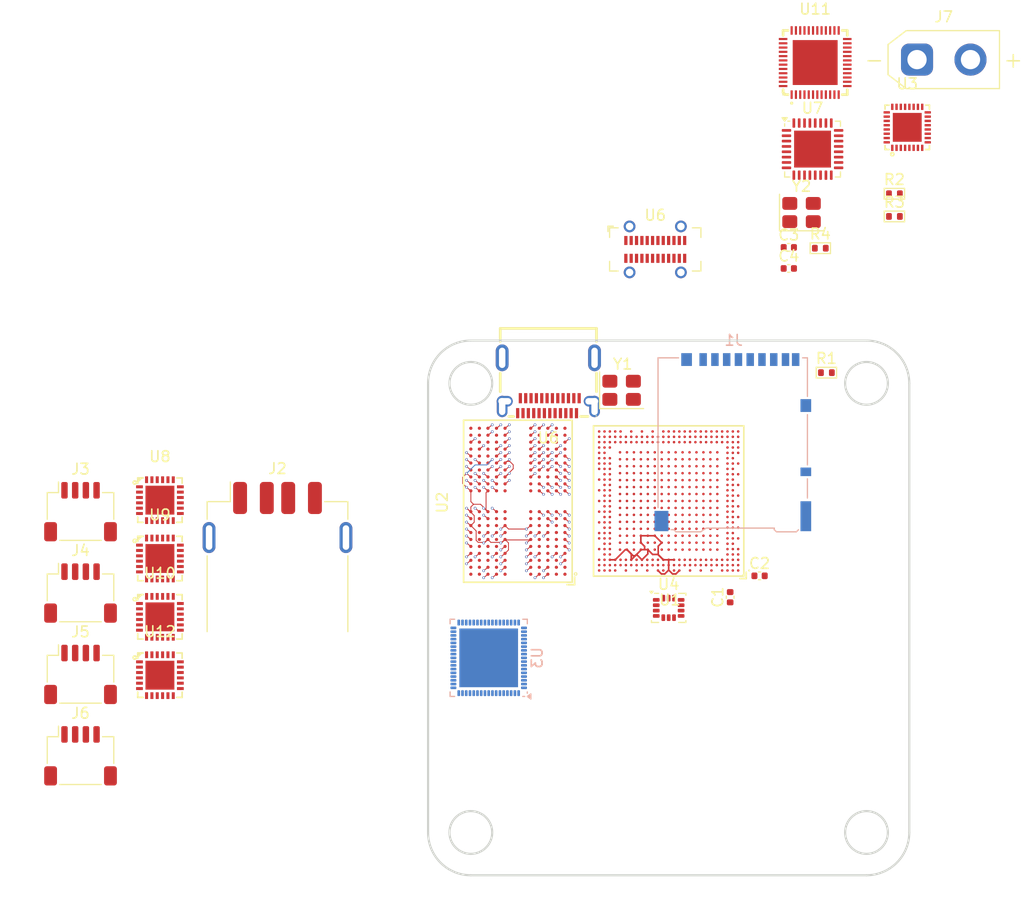
<source format=kicad_pcb>
(kicad_pcb (version 20241229) (generator "pcbnew") (generator_version "9.0")
  (layers (0 "F.Cu" signal) (4 "In1.Cu" signal) (6 "In2.Cu" signal) (2 "B.Cu" signal) (13 "F.Paste" user) (15 "B.Paste" user) (5 "F.SilkS" user "F.Silkscreen") (7 "B.SilkS" user "B.Silkscreen") (1 "F.Mask" user) (3 "B.Mask" user) (25 "Edge.Cuts" user))
  (net 0 "")
  (net 1 "GND")
  (net 2 "Net-(U1A-OSC_SOC_XOUT)")
  (net 3 "Net-(U1A-OSC_SOC_XIN)")
  (net 4 "/Peripherals/SDMMC0.D3")
  (net 5 "/Peripherals/SDMMC0.D1")
  (net 6 "/Peripherals/SDMMC0.DET")
  (net 8 "/Peripherals/SDMMC0.D0")
  (net 9 "/Peripherals/SDMMC0.CMD")
  (net 10 "+3V3")
  (net 11 "/Peripherals/SDMMC0.D2")
  (net 12 "/Peripherals/SDMMC0.CLK")
  (net 15 "/Memory/DDR.DQSb+0")
  (net 16 "0V9")
  (net 18 "/Memory/DDR.DQb12")
  (net 28 "Net-(U11-XI)")
  (net 29 "/Peripherals/SDMMC1.D0")
  (net 30 "/Memory/DDR.DQa9")
  (net 32 "/Memory/I2C0.SDA")
  (net 34 "+1V1")
  (net 38 "/Memory/DDR.DQb2")
  (net 40 "Net-(U11-XO)")
  (net 43 "/Memory/DDR.DQb1")
  (net 47 "/Peripherals/SDMMC1.DET")
  (net 49 "/Memory/DDR.DQSa+0")
  (net 52 "/Memory/DDR.DQb10")
  (net 53 "+1V8")
  (net 54 "/Memory/DDR.DQa3")
  (net 57 "/Memory/DDR.A.b1")
  (net 58 "/Memory/DDR.DQb15")
  (net 59 "/Memory/DDR.DQa10")
  (net 60 "/Memory/DDR.A.a2")
  (net 61 "/Peripherals/SDMMC1.D1")
  (net 63 "/Memory/DDR.DQa7")
  (net 65 "/Memory/DDR.DQa11")
  (net 69 "/Memory/DDR.DQSb-0")
  (net 72 "/Peripherals/SDMMC1.D3")
  (net 73 "/Memory/DDR.DQa0")
  (net 76 "/Memory/DDR.DQa13")
  (net 78 "/Memory/DDR.DQb13")
  (net 80 "+BATT")
  (net 82 "/Memory/DDR.A.a3")
  (net 86 "/Memory/DDR.ODTa1")
  (net 87 "/Memory/DDR.DQSb-1")
  (net 90 "/Memory/DDR.DQb4")
  (net 91 "/Memory/DDR.CLKa-")
  (net 94 "/Memory/DDR.A.b3")
  (net 97 "/Memory/DDR.DQb9")
  (net 98 "/Memory/DDR.DQa5")
  (net 99 "GNDPWR")
  (net 101 "/Memory/DDR.DQSb+1")
  (net 102 "/Memory/DDR.ODTb0")
  (net 106 "/Memory/DDR.DQa15")
  (net 108 "/Memory/DDR.CKEb0")
  (net 110 "/Memory/DDR.DQa1")
  (net 112 "/Memory/DDR.DQa6")
  (net 114 "/Memory/DDR.CKEa1")
  (net 116 "/Memory/DDR.DQa4")
  (net 123 "/Memory/DDR.ODTa0")
  (net 125 "/Memory/DDR.DQa14")
  (net 135 "/Memory/DDR.DQa12")
  (net 139 "/Memory/DDR.DQb6")
  (net 143 "/Memory/DDR.CLKb-")
  (net 145 "/Memory/DDR.A.a5")
  (net 146 "/Peripherals/SDMMC1.CLK")
  (net 151 "/Peripherals/USB2_D+")
  (net 157 "/Peripherals/SDMMC1.CMD")
  (net 167 "/Memory/DDR.DQb5")
  (net 175 "/Memory/DDR.DQb7")
  (net 182 "/Memory/DDR.A.b0")
  (net 187 "Net-(U2A-ZQ0)")
  (net 188 "/Peripherals/USB2_D-")
  (net 189 "/Memory/DDR.A.b4")
  (net 190 "/Memory/DDR.DQb11")
  (net 193 "/Memory/DDR.DQSa-0")
  (net 196 "/Memory/DDR.DQSa+1")
  (net 199 "/Memory/DDR.DQSa-1")
  (net 202 "Net-(U1D-DDR_RZQ)")
  (net 205 "/Memory/DDR.DQb14")
  (net 207 "/Memory/DDR.A.b5")
  (net 209 "/Memory/I2C0.SCL")
  (net 210 "/Memory/DDR.A.b2")
  (net 212 "/Memory/DDR.DQb8")
  (net 216 "/Peripherals/SDMMC1.D2")
  (net 217 "/Memory/DDR.A.a0")
  (net 222 "/Memory/DDR.CS0A")
  (net 223 "/Memory/DDR.DMA1")
  (net 225 "/Memory/DDR.CLKa+")
  (net 227 "/Memory/DDR.A.a4")
  (net 228 "/Memory/DDR.A.a1")
  (net 232 "/Peripherals/UART0.TX")
  (net 233 "/Memory/DDR.DQa2")
  (net 235 "/Memory/DDR.DMA0")
  (net 237 "/Memory/DDR.CKEa0")
  (net 239 "/Memory/DDR.ODTb1")
  (net 240 "/Memory/DDR.DQb3")
  (net 242 "/Memory/DDR.CLKb+")
  (net 250 "/Memory/DDR.DQb0")
  (net 252 "/Memory/DDR.DQa8")
  (net 254 "/Memory/DDR.CKEb1")
  (net 322 "/Peripherals/I2C0.SDA")
  (net 326 "+5V")
  (net 329 "/Peripherals/I2C0.SCL")
  (net 332 "/Memory/DDR.RST")
  (net 333 "/Memory/DDR.DMB1")
  (net 334 "/Memory/DDR.DMB0")
  (net 335 "/Peripherals/UART0.RX")
  (net 336 "/Memory/DDR.CS0B")
  (net 337 "/Memory/DDR.DMB2")
  (net 401 "+1V8_DDR")
  (net 403 "+1V1_DDR")
  (net 490 "+3.3V")
  (footprint "Connector_AMASS:AMASS_XT30UPB-M_1x02_P5.0mm_Vertical" (layer "F.Cu") (at 23.224898 -51.275)
    (property "Reference" "J7")
    (property "Value" "Conn_01x02")
  )
  (footprint "Connector_JST:JST_SH_SM04B-SRSS-TB_1x04-1MP_P1.00mm_Horizontal" (layer "F.Cu") (at -55 -1.39)
    (property "Reference" "J4")
    (property "Value" "Conn_01x04_Socket")
  )
  (footprint "Connector_JST:JST_SH_SM04B-SRSS-TB_1x04-1MP_P1.00mm_Horizontal" (layer "F.Cu") (at -55 13.83)
    (property "Reference" "J6")
    (property "Value" "Conn_01x04_Socket")
  )
  (footprint "footprints:BGA-478_L13.9-W13.9_RK3562" (layer "F.Cu") (at 0 -10 180)
    (property "Reference" "U1")
    (property "Value" "RK3562")
  )
  (footprint "footprints:USB-C-SMD_GT-USB-7013A03" (layer "F.Cu") (at -11.25 -20.798971 180)
    (property "Reference" "U6")
    (property "Value" "GT-USB-7013A03")
  )
  (footprint "Package_DFN_QFN:QFN-32-1EP_5x5mm_P0.5mm_EP3.45x3.45mm" (layer "F.Cu") (at 13.454898 -42.905)
    (property "Reference" "U7")
    (property "Value" "STM32G431KBUx")
  )
  (footprint "Connector_JST:JST_SH_SM04B-SRSS-TB_1x04-1MP_P1.00mm_Horizontal" (layer "F.Cu") (at -55 6.22)
    (property "Reference" "J5")
    (property "Value" "Conn_01x04_Socket")
  )
  (footprint "PCM_Resistor_SMD_AKL:R_0402_1005Metric" (layer "F.Cu") (at 21.109898 -38.73)
    (property "Reference" "R2")
    (property "Value" "240R" (hide yes))
  )
  (footprint "PCM_Resistor_SMD_AKL:R_0402_1005Metric" (layer "F.Cu") (at 14.179898 -33.64)
    (property "Reference" "R4")
    (property "Value" "1M" (hide yes))
  )
  (footprint "Capacitor_SMD:C_0402_1005Metric" (layer "F.Cu") (at 5.75 -1 90)
    (property "Reference" "C1")
    (property "Value" "18pF")
  )
  (footprint "Capacitor_SMD:C_0402_1005Metric" (layer "F.Cu") (at 11.234898 -33.715)
    (property "Reference" "C3")
    (property "Value" "18pF")
  )
  (footprint "footprints:QFN-24_L4.0-W4.0-P0.50-TL-EP2.7" (layer "F.Cu") (at -47.575051 -10.076895)
    (property "Reference" "U8")
    (property "Value" "G2061Q")
  )
  (footprint "Package_LGA:LGA-14_3x2.5mm_P0.5mm_LayoutBorder3x4y" (layer "F.Cu") (at 0 0)
    (property "Reference" "U4")
    (property "Value" "LSM6DS3")
  )
  (footprint "Crystal:Crystal_SMD_3225-4Pin_3.2x2.5mm" (layer "F.Cu") (at 12.424898 -36.975)
    (property "Reference" "Y2")
    (property "Value" "24")
  )
  (footprint "footprints:QFN-24_L4.0-W4.0-P0.50-TL-EP2.7" (layer "F.Cu") (at -47.575051 6.291735)
    (property "Reference" "U12")
    (property "Value" "G2061Q")
  )
  (footprint "Capacitor_SMD:C_0402_1005Metric" (layer "F.Cu") (at 11.234898 -31.745)
    (property "Reference" "C4")
    (property "Value" "18pF")
  )
  (footprint "Capacitor_SMD:C_0402_1005Metric" (layer "F.Cu") (at 8.5 -3)
    (property "Reference" "C2")
    (property "Value" "18pF")
  )
  (footprint "Connector_JST:JST_SH_SM04B-SRSS-TB_1x04-1MP_P1.00mm_Horizontal" (layer "F.Cu") (at -55 -9)
    (property "Reference" "J3")
    (property "Value" "Conn_01x04_Socket")
  )
  (footprint "Connector_USB:USB_C_Receptacle_GCT_USB4115-03-C" (layer "F.Cu") (at -1.255102 -33.525)
    (property "Reference" "U6")
    (property "Value" "GT-USB-7013A03")
  )
  (footprint "Connector_USB:USB_A_Receptacle_GCT_USB1046" (layer "F.Cu") (at -36.58 -3.03)
    (property "Reference" "J2")
    (property "Value" "USB_A")
  )
  (footprint "footprints:QFN-24_L4.0-W4.0-P0.50-TL-EP2.7" (layer "F.Cu") (at -47.575051 -4.620685)
    (property "Reference" "U9")
    (property "Value" "G2061Q")
  )
  (footprint "PCM_Resistor_SMD_AKL:R_0402_1005Metric" (layer "F.Cu") (at 14.75 -22)
    (property "Reference" "R1")
    (property "Value" "1M" (hide yes))
  )
  (footprint "footprints:QFN-24_L4.0-W4.0-P0.50-TL-EP2.7" (layer "F.Cu") (at -47.575051 0.835525)
    (property "Reference" "U10")
    (property "Value" "G2061Q")
  )
  (footprint "PCM_Resistor_SMD_AKL:R_0402_1005Metric" (layer "F.Cu") (at 21.109898 -36.61)
    (property "Reference" "R3")
    (property "Value" "240R" (hide yes))
  )
  (footprint "footprints:WQFN-48_L6.0-W6.0-P0.40-BL-EP4.2" (layer "F.Cu") (at 13.699898 -51.000127)
    (property "Reference" "U11")
    (property "Value" "RTL8723DS-CG")
  )
  (footprint "footprints:FBGA-200_L15.0-W10.0-BL_H9HCNNNBKUMLXR" (layer "F.Cu") (at -14.1 -9.975 90)
    (property "Reference" "U2")
    (property "Value" "H9HCNNNBKUMLXR-NEE")
  )
  (footprint "Crystal:Crystal_SMD_3225-4Pin_3.2x2.5mm" (layer "F.Cu") (at -4.4 -20.35)
    (property "Reference" "Y1")
    (property "Value" "24")
  )
  (footprint "footprints:WQFN-32_L4.0-W4.0-P0.40-BL-EP" (layer "F.Cu") (at 22.309842 -44.940056)
    (property "Reference" "U3")
    (property "Value" "RT9992ZQW")
  )
  (footprint "Connector_Card:microSD_HC_Hirose_DM3AT-SF-PEJM5" (layer "B.Cu") (at 6 -15.5 180)
    (property "Reference" "J1")
    (property "Value" "Micro_SD_Card_Det2")
  )
  (footprint "Package_DFN_QFN:ArtInChip_QFN-68-1EP_7x7mm_P0.35mm_EP5.49x5.49mm" (layer "B.Cu") (at -16.83 4.67 90)
    (property "Reference" "U3")
    (property "Value" "RK808-B")
  )
  (gr_circle (center 18.5 21) (end 20.5 21) (stroke (width 0.2)) (fill no) (layer "Edge.Cuts"))
  (gr_line (start -18.5 25) (end 18.5 25) (stroke (width 0.2)) (layer "Edge.Cuts"))
  (gr_arc (start -18.5 25) (mid -21.328427 23.828427) (end -22.5 21.000001) (stroke (width 0.2)) (layer "Edge.Cuts"))
  (gr_circle (center -18.5 21) (end -16.5 21) (stroke (width 0.2)) (fill no) (layer "Edge.Cuts"))
  (gr_arc (start -22.5 -21) (mid -21.328427 -23.828427) (end -18.500001 -25) (stroke (width 0.2)) (layer "Edge.Cuts"))
  (gr_arc (start 22.5 21) (mid 21.328427 23.828427) (end 18.5 25) (stroke (width 0.2)) (layer "Edge.Cuts"))
  (gr_circle (center 18.5 -21) (end 20.5 -21) (stroke (width 0.2)) (fill no) (layer "Edge.Cuts"))
  (gr_line (start -18.500001 -25) (end 18.5 -25) (stroke (width 0.2)) (layer "Edge.Cuts"))
  (gr_line (start -22.5 -21) (end -22.5 21.000001) (stroke (width 0.2)) (layer "Edge.Cuts"))
  (gr_line (start 22.5 -21) (end 22.5 21) (stroke (width 0.2)) (layer "Edge.Cuts"))
  (gr_circle (center -18.5 -21) (end -16.5 -21) (stroke (width 0.2)) (fill no) (layer "Edge.Cuts"))
  (gr_arc (start 18.5 -25) (mid 21.328427 -23.828427) (end 22.5 -21) (stroke (width 0.2)) (layer "Edge.Cuts"))
  (segment (start -1.950089 -5.049911) (end -2.5 -4.5) (width 0.1524) (layer "F.Cu") (net 1))
  (segment (start -11.299898 -11.600095) (end -10.899974 -11.275101) (width 0.07874) (layer "F.Cu") (net 1))
  (segment (start -3.325089 -4.875) (end -3.900051 -5.449962) (width 0.1524) (layer "F.Cu") (net 1))
  (segment (start -16.900102 -11.600095) (end -17.300025 -11.925088) (width 0.07874) (layer "F.Cu") (net 1))
  (segment (start -16.900102 -7.04993) (end -17.300025 -6.724936) (width 0.07874) (layer "F.Cu") (net 1))
  (segment (start -15.299898 -15.500019) (end -14.899974 -15.825012) (width 0.07874) (layer "F.Cu") (net 1))
  (segment (start -0.000127 -4.5) (end -0.000127 -3.999873) (width 0.1524) (layer "F.Cu") (net 1))
  (segment (start -18.500051 -8.349905) (end -18.899974 -8.674898) (width 0.07874) (layer "F.Cu") (net 1))
  (segment (start -12.1 -8.999892) (end -11.700076 -8.674898) (width 0.07874) (layer "F.Cu") (net 1))
  (segment (start -16.900102 -3.150006) (end -17.300025 -2.825012) (width 0.07874) (layer "F.Cu") (net 1))
  (segment (start -0.5 -4.5) (end 0.5 -4.5) (width 0.1524) (layer "F.Cu") (net 1))
  (segment (start -18.500051 -5.749956) (end -18.899974 -6.074949) (width 0.07874) (layer "F.Cu") (net 1))
  (segment (start -1.500127 -5) (end -1.950089 -5.449962) (width 0.1524) (layer "F.Cu") (net 1))
  (segment (start -0.5 -4.5) (end -1 -5) (width 0.1524) (layer "F.Cu") (net 1))
  (segment (start -1.950089 -6.749936) (end -2.600076 -6.749936) (width 0.1524) (layer "F.Cu") (net 1))
  (segment (start -1.950089 -6.749936) (end -1.299848 -6.749936) (width 0.1524) (layer "F.Cu") (net 1))
  (segment (start -16.1 -8.999892) (end -16.499923 -9.324885) (width 0.07874) (layer "F.Cu") (net 1))
  (segment (start -0.000127 -3.999873) (end -0.000127 -3.541382) (width 0.1524) (layer "F.Cu") (net 1))
  (segment (start 0.365457 -3.175798) (end 0.675671 -3.175798) (width 0.1524) (layer "F.Cu") (net 1))
  (segment (start -2.600076 -6.099949) (end -2.600076 -6.749936) (width 0.1524) (layer "F.Cu") (net 1))
  (segment (start -12.1 -5.099968) (end -12.499923 -4.774974) (width 0.07874) (layer "F.Cu") (net 1))
  (segment (start -11.299898 -8.349905) (end -10.899974 -8.024911) (width 0.07874) (layer "F.Cu") (net 1))
  (segment (start -4.050165 -5.449962) (end -5.000127 -4.5) (width 0.1524) (layer "F.Cu") (net 1))
  (segment (start 0.675671 -3.175798) (end 0.999873 -3.5) (width 0.1524) (layer "F.Cu") (net 1))
  (segment (start -0.000127 -3.541382) (end 0.365457 -3.175798) (width 0.1524) (layer "F.Cu") (net 1))
  (segment (start -9.699949 -15.500019) (end -9.300025 -15.825012) (width 0.07874) (layer "F.Cu") (net 1))
  (segment (start -15.299898 -7.04993) (end -15.699821 -6.724936) (width 0.07874) (layer "F.Cu") (net 1))
  (segment (start -3.5 -4.5) (end -3.5 -5.049911) (width 0.1524) (layer "F.Cu") (net 1))
  (segment (start -5.000127 -4.5) (end -5.5 -4.5) (width 0.1524) (layer "F.Cu") (net 1))
  (segment (start -16.1 -14.850032) (end -15.700076 -15.175025) (width 0.07874) (layer "F.Cu") (net 1))
  (segment (start -2.600076 -5.449962) (end -2.600076 -5.399924) (width 0.1524) (layer "F.Cu") (net 1))
  (segment (start -1.950089 -5.449962) (end -2.25 -5.449962) (width 0.1524) (layer "F.Cu") (net 1))
  (segment (start -16.900102 -12.90007) (end -16.500178 -13.225063) (width 0.07874) (layer "F.Cu") (net 1))
  (segment (start -12.1 -10.950108) (end -11.700076 -10.625114) (width 0.07874) (layer "F.Cu") (net 1))
  (segment (start -17.699949 -14.850032) (end -17.300025 -15.175025) (width 0.07874) (layer "F.Cu") (net 1))
  (segment (start -0.000127 -3.541382) (end -0.365711 -3.175798) (width 0.1524) (layer "F.Cu") (net 1))
  (segment (start -11.299898 -3.150006) (end -11.699821 -2.825012) (width 0.07874) (layer "F.Cu") (net 1))
  (segment (start -3 -5) (end -2.5 -4.5) (width 0.1524) (layer "F.Cu") (net 1))
  (segment (start -15.299898 -16.799994) (end -14.899974 -17.124987) (width 0.07874) (layer "F.Cu") (net 1))
  (segment (start -0.975646 -5.774163) (end -0.975646 -4.975646) (width 0.1524) (layer "F.Cu") (net 1))
  (segment (start -2.600076 -5.399924) (end -3 -5) (width 0.1524) (layer "F.Cu") (net 1))
  (segment (start -0.675925 -3.175798) (end -1.000127 -3.5) (width 0.1524) (layer "F.Cu") (net 1))
  (segment (start -1 -5) (end -1.500127 -5) (width 0.1524) (layer "F.Cu") (net 1))
  (segment (start -11.299898 -7.04993) (end -11.699821 -6.724936) (width 0.07874) (layer "F.Cu") (net 1))
  (segment (start -16.900102 -8.349905) (end -17.300025 -8.674898) (width 0.07874) (layer "F.Cu") (net 1))
  (segment (start -12.900102 -7.04993) (end -13.300025 -6.724936) (width 0.07874) (layer "F.Cu") (net 1))
  (segment (start -1.299848 -6.749936) (end -0.64986 -6.099949) (width 0.1524) (layer "F.Cu") (net 1))
  (segment (start -9.699949 -12.90007) (end -9.300025 -12.575076) (width 0.07874) (layer "F.Cu") (net 1))
  (segment (start -18.500051 -15.500019) (end -18.100127 -15.825012) (width 0.07874) (layer "F.Cu") (net 1))
  (segment (start -0.64986 -6.099949) (end -0.975646 -5.774163) (width 0.1524) (layer "F.Cu") (net 1))
  (segment (start -9.699949 -14.200044) (end -9.300025 -13.87505) (width 0.07874) (layer "F.Cu") (net 1))
  (segment (start -16.1 -5.099968) (end -16.499923 -4.774974) (width 0.07874) (layer "F.Cu") (net 1))
  (segment (start -15.299898 -5.749956) (end -15.699821 -5.424962) (width 0.07874) (layer "F.Cu") (net 1))
  (segment (start -2.25 -5.749873) (end -2.600076 -6.099949) (width 0.1524) (layer "F.Cu") (net 1))
  (segment (start -10.500051 -14.850032) (end -10.100127 -15.175025) (width 0.07874) (layer "F.Cu") (net 1))
  (segment (start -12.900102 -5.749956) (end -13.300025 -5.424962) (width 0.07874) (layer "F.Cu") (net 1))
  (segment (start -10.500051 -10.950108) (end -10.100127 -10.625114) (width 0.07874) (layer "F.Cu") (net 1))
  (segment (start -15.299898 -12.90007) (end -14.899974 -13.225063) (width 0.07874) (layer "F.Cu") (net 1))
  (segment (start -18.500051 -4.449981) (end -18.899974 -4.124987) (width 0.07874) (layer "F.Cu") (net 1))
  (segment (start -11.299898 -16.799994) (end -10.899974 -17.124987) (width 0.07874) (layer "F.Cu") (net 1))
  (segment (start -17.699949 -8.999892) (end -18.099872 -9.324885) (width 0.07874) (layer "F.Cu") (net 1))
  (segment (start -9.699949 -11.600095) (end -9.300025 -11.275101) (width 0.07874) (layer "F.Cu") (net 1))
  (segment (start -9.699949 -4.449981) (end -10.099872 -4.124987) (width 0.07874) (layer "F.Cu") (net 1))
  (segment (start -0.975646 -4.975646) (end -0.5 -4.5) (width 0.1524) (layer "F.Cu") (net 1))
  (segment (start -12.900102 -15.500019) (end -12.500178 -15.825012) (width 0.07874) (layer "F.Cu") (net 1))
  (segment (start -9.699949 -8.349905) (end -9.300025 -8.024911) (width 0.07874) (layer "F.Cu") (net 1))
  (segment (start -3 -5) (end -3.125 -4.875) (width 0.1524) (layer "F.Cu") (net 1))
  (segment (start -12.900102 -4.449981) (end -13.300025 -4.124987) (width 0.07874) (layer "F.Cu") (net 1))
  (segment (start -12.900102 -14.200044) (end -12.500178 -14.525037) (width 0.07874) (layer "F.Cu") (net 1))
  (segment (start -1.950089 -5.449962) (end -1.950089 -5.049911) (width 0.1524) (layer "F.Cu") (net 1))
  (segment (start -3 -5) (end -3.5 -4.5) (width 0.1524) (layer "F.Cu") (net 1))
  (segment (start -12.900102 -12.90007) (end -12.500178 -13.225063) (width 0.07874) (layer "F.Cu") (net 1))
  (segment (start -3.900051 -5.449962) (end -4.050165 -5.449962) (width 0.1524) (layer "F.Cu") (net 1))
  (segment (start -3.125 -4.875) (end -3.325089 -4.875) (width 0.1524) (layer "F.Cu") (net 1))
  (segment (start -17.699949 -10.950108) (end -18.099872 -11.275101) (width 0.07874) (layer "F.Cu") (net 1))
  (segment (start -11.299898 -12.90007) (end -10.899974 -13.225063) (width 0.07874) (layer "F.Cu") (net 1))
  (segment (start -2.25 -5.449962) (end -2.25 -5.749873) (width 0.1524) (layer "F.Cu") (net 1))
  (segment (start -16.900102 -16.799994) (end -16.500178 -17.124987) (width 0.07874) (layer "F.Cu") (net 1))
  (segment (start -18.500051 -7.04993) (end -18.899974 -7.374923) (width 0.07874) (layer "F.Cu") (net 1))
  (segment (start -10.500051 -8.999892) (end -10.100127 -8.674898) (width 0.07874) (layer "F.Cu") (net 1))
  (segment (start -9.699949 -5.749956) (end -9.300025 -5.424962) (width 0.07874) (layer "F.Cu") (net 1))
  (segment (start -12.900102 -16.799994) (end -12.500178 -17.124987) (width 0.07874) (layer "F.Cu") (net 1))
  (segment (start -10.500051 -5.099968) (end -10.899974 -4.774974) (width 0.07874) (layer "F.Cu") (net 1))
  (segment (start -15.299898 -4.449981) (end -15.699821 -4.124987) (width 0.07874) (layer "F.Cu") (net 1))
  (segment (start -16.1 -10.950108) (end -16.499923 -11.275101) (width 0.07874) (layer "F.Cu") (net 1))
  (segment (start -0.365711 -3.175798) (end -0.675925 -3.175798) (width 0.1524) (layer "F.Cu") (net 1))
  (segment (start -18.500051 -14.200044) (end -18.899974 -14.525037) (width 0.07874) (layer "F.Cu") (net 1))
  (segment (start -3.5 -5.049911) (end -3.900051 -5.449962) (width 0.1524) (layer "F.Cu") (net 1))
  (segment (start -17.699949 -5.099968) (end -18.099872 -4.774974) (width 0.07874) (layer "F.Cu") (net 1))
  (segment (start -15.299898 -14.200044) (end -14.899974 -14.525037) (width 0.07874) (layer "F.Cu") (net 1))
  (segment (start -18.500051 -12.90007) (end -18.899974 -13.225063) (width 0.07874) (layer "F.Cu") (net 1))
  (segment (start -12.1 -14.850032) (end -11.700076 -15.175025) (width 0.07874) (layer "F.Cu") (net 1))
  (segment (start -2.25 -5.449962) (end -2.600076 -5.449962) (width 0.1524) (layer "F.Cu") (net 1))
  (segment (start -9.699949 -7.04993) (end -9.300025 -6.724936) (width 0.07874) (layer "F.Cu") (net 1))
  (segment (start -18.500051 -11.600095) (end -18.899974 -11.925088) (width 0.07874) (layer "F.Cu") (net 1))
  (via (at -15.699821 -5.424962) (size 0.25) (drill 0.15) (layers "F.Cu" "B.Cu") (net 1))
  (via (at -18.899974 -4.124987) (size 0.25) (drill 0.15) (layers "F.Cu" "B.Cu") (net 1))
  (via (at -18.099872 -11.275101) (size 0.25) (drill 0.15) (layers "F.Cu" "B.Cu") (net 1))
  (via (at -9.300025 -13.87505) (size 0.25) (drill 0.15) (layers "F.Cu" "B.Cu") (net 1))
  (via (at -18.099872 -4.774974) (size 0.25) (drill 0.15) (layers "F.Cu" "B.Cu") (net 1))
  (via (at -9.300025 -12.575076) (size 0.25) (drill 0.15) (layers "F.Cu" "B.Cu") (net 1))
  (via (at -12.500178 -15.825012) (size 0.25) (drill 0.15) (layers "F.Cu" "B.Cu") (net 1))
  (via (at -16.499923 -9.324885) (size 0.25) (drill 0.15) (layers "F.Cu" "B.Cu") (net 1))
  (via (at -16.500178 -13.225063) (size 0.25) (drill 0.15) (layers "F.Cu" "B.Cu") (net 1))
  (via (at -11.699821 -2.825012) (size 0.25) (drill 0.15) (layers "F.Cu" "B.Cu") (net 1))
  (via (at -12.500178 -14.525037) (size 0.25) (drill 0.15) (layers "F.Cu" "B.Cu") (net 1))
  (via (at -11.700076 -10.625114) (size 0.25) (drill 0.15) (layers "F.Cu" "B.Cu") (net 1))
  (via (at -13.300025 -4.124987) (size 0.25) (drill 0.15) (layers "F.Cu" "B.Cu") (net 1))
  (via (at -12.500178 -13.225063) (size 0.25) (drill 0.15) (layers "F.Cu" "B.Cu") (net 1))
  (via (at -17.300025 -2.825012) (size 0.25) (drill 0.15) (layers "F.Cu" "B.Cu") (net 1))
  (via (at -13.300025 -6.724936) (size 0.25) (drill 0.15) (layers "F.Cu" "B.Cu") (net 1))
  (via (at -10.100127 -8.674898) (size 0.25) (drill 0.15) (layers "F.Cu" "B.Cu") (net 1))
  (via (at -10.899974 -13.225063) (size 0.25) (drill 0.15) (layers "F.Cu" "B.Cu") (net 1))
  (via (at -16.499923 -11.275101) (size 0.25) (drill 0.15) (layers "F.Cu" "B.Cu") (net 1))
  (via (at -9.300025 -8.024911) (size 0.25) (drill 0.15) (layers "F.Cu" "B.Cu") (net 1))
  (via (at -17.300025 -15.175025) (size 0.25) (drill 0.15) (layers "F.Cu" "B.Cu") (net 1))
  (via (at -16.499923 -4.774974) (size 0.25) (drill 0.15) (layers "F.Cu" "B.Cu") (net 1))
  (via (at -14.899974 -17.124987) (size 0.25) (drill 0.15) (layers "F.Cu" "B.Cu") (net 1))
  (via (at -14.899974 -14.525037) (size 0.25) (drill 0.15) (layers "F.Cu" "B.Cu") (net 1))
  (via (at -9.300025 -5.424962) (size 0.25) (drill 0.15) (layers "F.Cu" "B.Cu") (net 1))
  (via (at -15.700076 -15.175025) (size 0.25) (drill 0.15) (layers "F.Cu" "B.Cu") (net 1))
  (via (at -15.699821 -6.724936) (size 0.25) (drill 0.15) (layers "F.Cu" "B.Cu") (net 1))
  (via (at -18.899974 -13.225063) (size 0.25) (drill 0.15) (layers "F.Cu" "B.Cu") (net 1))
  (via (at -16.500178 -17.124987) (size 0.25) (drill 0.15) (layers "F.Cu" "B.Cu") (net 1))
  (via (at -14.899974 -13.225063) (size 0.25) (drill 0.15) (layers "F.Cu" "B.Cu") (net 1))
  (via (at -13.300025 -5.424962) (size 0.25) (drill 0.15) (layers "F.Cu" "B.Cu") (net 1))
  (via (at -18.099872 -9.324885) (size 0.25) (drill 0.15) (layers "F.Cu" "B.Cu") (net 1))
  (via (at -12.500178 -17.124987) (size 0.25) (drill 0.15) (layers "F.Cu" "B.Cu") (net 1))
  (via (at -11.699821 -6.724936) (size 0.25) (drill 0.15) (layers "F.Cu" "B.Cu") (net 1))
  (via (at -17.300025 -8.674898) (size 0.25) (drill 0.15) (layers "F.Cu" "B.Cu") (net 1))
  (via (at -10.899974 -11.275101) (size 0.25) (drill 0.15) (layers "F.Cu" "B.Cu") (net 1))
  (via (at -9.300025 -11.275101) (size 0.25) (drill 0.15) (layers "F.Cu" "B.Cu") (net 1))
  (via (at -10.899974 -17.124987) (size 0.25) (drill 0.15) (layers "F.Cu" "B.Cu") (net 1))
  (via (at -9.300025 -6.724936) (size 0.25) (drill 0.15) (layers "F.Cu" "B.Cu") (net 1))
  (via (at -10.100127 -15.175025) (size 0.25) (drill 0.15) (layers "F.Cu" "B.Cu") (net 1))
  (via (at -14.899974 -15.825012) (size 0.25) (drill 0.15) (layers "F.Cu" "B.Cu") (net 1))
  (via (at -12.499923 -4.774974) (size 0.25) (drill 0.15) (layers "F.Cu" "B.Cu") (net 1))
  (via (at -9.300025 -15.825012) (size 0.25) (drill 0.15) (layers "F.Cu" "B.Cu") (net 1))
  (via (at -10.099872 -4.124987) (size 0.25) (drill 0.15) (layers "F.Cu" "B.Cu") (net 1))
  (via (at -11.700076 -8.674898) (size 0.25) (drill 0.15) (layers "F.Cu" "B.Cu") (net 1))
  (via (at -18.899974 -6.074949) (size 0.25) (drill 0.15) (layers "F.Cu" "B.Cu") (net 1))
  (via (at -17.300025 -6.724936) (size 0.25) (drill 0.15) (layers "F.Cu" "B.Cu") (net 1))
  (via (at -10.899974 -8.024911) (size 0.25) (drill 0.15) (layers "F.Cu" "B.Cu") (net 1))
  (via (at -18.899974 -11.925088) (size 0.25) (drill 0.15) (layers "F.Cu" "B.Cu") (net 1))
  (via (at -15.699821 -4.124987) (size 0.25) (drill 0.15) (layers "F.Cu" "B.Cu") (net 1))
  (via (at -10.100127 -10.625114) (size 0.25) (drill 0.15) (layers "F.Cu" "B.Cu") (net 1))
  (via (at -18.100127 -15.825012) (size 0.25) (drill 0.15) (layers "F.Cu" "B.Cu") (net 1))
  (via (at -17.300025 -11.925088) (size 0.25) (drill 0.15) (layers "F.Cu" "B.Cu") (net 1))
  (via (at -11.700076 -15.175025) (size 0.25) (drill 0.15) (layers "F.Cu" "B.Cu") (net 1))
  (via (at -18.899974 -7.374923) (size 0.25) (drill 0.15) (layers "F.Cu" "B.Cu") (net 1))
  (via (at -10.899974 -4.774974) (size 0.25) (drill 0.15) (layers "F.Cu" "B.Cu") (net 1))
  (via (at -18.899974 -14.525037) (size 0.25) (drill 0.15) (layers "F.Cu" "B.Cu") (net 1))
  (via (at -18.899974 -8.674898) (size 0.25) (drill 0.15) (layers "F.Cu" "B.Cu") (net 1))
  (segment (start -16.1 -13.550057) (end -15.700076 -13.87505) (width 0.07874) (layer "F.Cu") (net 18))
  (via (at -15.700076 -13.87505) (size 0.25) (drill 0.15) (layers "F.Cu" "B.Cu") (net 18))
  (segment (start -10.500051 -14.200044) (end -10.100127 -14.525037) (width 0.07874) (layer "F.Cu") (net 38))
  (via (at -10.100127 -14.525037) (size 0.25) (drill 0.15) (layers "F.Cu" "B.Cu") (net 38))
  (segment (start -10.500051 -11.600095) (end -10.100127 -11.275101) (width 0.07874) (layer "F.Cu") (net 57))
  (via (at -10.100127 -11.275101) (size 0.25) (drill 0.15) (layers "F.Cu" "B.Cu") (net 57))
  (segment (start -16.1 -14.200044) (end -15.700076 -14.525037) (width 0.07874) (layer "F.Cu") (net 78))
  (via (at -15.700076 -14.525037) (size 0.25) (drill 0.15) (layers "F.Cu" "B.Cu") (net 78))
  (segment (start -12.1 -13.550057) (end -11.700076 -13.87505) (width 0.07874) (layer "F.Cu") (net 90))
  (via (at -11.700076 -13.87505) (size 0.25) (drill 0.15) (layers "F.Cu" "B.Cu") (net 90))
  (segment (start -16.900102 -12.250083) (end -17.300025 -12.575076) (width 0.07874) (layer "F.Cu") (net 94))
  (via (at -17.300025 -12.575076) (size 0.25) (drill 0.15) (layers "F.Cu" "B.Cu") (net 94))
  (segment (start -10.500051 -12.90007) (end -10.100127 -12.575076) (width 0.07874) (layer "F.Cu") (net 102))
  (via (at -10.100127 -12.575076) (size 0.25) (drill 0.15) (layers "F.Cu" "B.Cu") (net 102))
  (segment (start -12.1 -11.600095) (end -11.700076 -11.275101) (width 0.07874) (layer "F.Cu") (net 108))
  (via (at -11.700076 -11.275101) (size 0.25) (drill 0.15) (layers "F.Cu" "B.Cu") (net 108))
  (segment (start -16.1 -11.600095) (end -16.499923 -11.925088) (width 0.07874) (layer "F.Cu") (net 143))
  (via (at -16.499923 -11.925088) (size 0.25) (drill 0.15) (layers "F.Cu" "B.Cu") (net 143))
  (segment (start -12.1 -14.200044) (end -11.700076 -14.525037) (width 0.07874) (layer "F.Cu") (net 167))
  (via (at -11.700076 -14.525037) (size 0.25) (drill 0.15) (layers "F.Cu" "B.Cu") (net 167))
  (segment (start -10.500051 -12.250083) (end -10.100127 -11.925089) (width 0.07874) (layer "F.Cu") (net 182))
  (via (at -10.100127 -11.925089) (size 0.25) (drill 0.15) (layers "F.Cu" "B.Cu") (net 182))
  (segment (start -17.699949 -12.250083) (end -18.099872 -12.575076) (width 0.07874) (layer "F.Cu") (net 189))
  (via (at -18.099872 -12.575076) (size 0.25) (drill 0.15) (layers "F.Cu" "B.Cu") (net 189))
  (segment (start -17.699949 -13.550057) (end -18.099872 -13.87505) (width 0.07874) (layer "F.Cu") (net 190))
  (via (at -18.099872 -13.87505) (size 0.25) (drill 0.15) (layers "F.Cu" "B.Cu") (net 190))
  (segment (start -11.299898 -14.200044) (end -10.899974 -14.525037) (width 0.07874) (layer "F.Cu") (net 193))
  (via (at -10.899974 -14.525037) (size 0.25) (drill 0.15) (layers "F.Cu" "B.Cu") (net 193))
  (segment (start -17.699949 -11.600095) (end -18.099872 -11.925088) (width 0.07874) (layer "F.Cu") (net 207))
  (via (at -18.099872 -11.925088) (size 0.25) (drill 0.15) (layers "F.Cu" "B.Cu") (net 207))
  (segment (start -16.1 -12.250083) (end -15.700076 -12.575076) (width 0.07874) (layer "F.Cu") (net 210))
  (via (at -15.700076 -12.575076) (size 0.25) (drill 0.15) (layers "F.Cu" "B.Cu") (net 210))
  (segment (start -10.500051 -13.550057) (end -10.100127 -13.225063) (width 0.07874) (layer "F.Cu") (net 240))
  (via (at -10.100127 -13.225063) (size 0.25) (drill 0.15) (layers "F.Cu" "B.Cu") (net 240))
  (segment (start -15.299898 -11.600095) (end -14.899974 -11.925088) (width 0.07874) (layer "F.Cu") (net 242))
  (via (at -14.899974 -11.925088) (size 0.25) (drill 0.15) (layers "F.Cu" "B.Cu") (net 242))
  (segment (start -16.1 -12.90007) (end -15.700076 -13.225063) (width 0.07874) (layer "F.Cu") (net 401))
  (segment (start -12.1 -12.90007) (end -11.700076 -13.225063) (width 0.07874) (layer "F.Cu") (net 401))
  (segment (start -9.699949 -6.399943) (end -9.300025 -6.074949) (width 0.07874) (layer "F.Cu") (net 401))
  (segment (start -12.1 -7.04993) (end -12.499923 -6.724936) (width 0.07874) (layer "F.Cu") (net 401))
  (segment (start -9.699949 -13.550057) (end -9.300025 -13.225063) (width 0.07874) (layer "F.Cu") (net 401))
  (segment (start -18.500051 -6.399943) (end -18.899974 -6.724936) (width 0.07874) (layer "F.Cu") (net 401))
  (segment (start -16.1 -7.04993) (end -16.499923 -6.724936) (width 0.07874) (layer "F.Cu") (net 401))
  (segment (start -18.500051 -13.550057) (end -18.899974 -13.87505) (width 0.07874) (layer "F.Cu") (net 401))
  (via (at -9.300025 -13.225063) (size 0.25) (drill 0.15) (layers "F.Cu" "B.Cu") (net 401))
  (via (at -15.700076 -13.225063) (size 0.25) (drill 0.15) (layers "F.Cu" "B.Cu") (net 401))
  (via (at -16.499923 -6.724936) (size 0.25) (drill 0.15) (layers "F.Cu" "B.Cu") (net 401))
  (via (at -9.300025 -6.074949) (size 0.25) (drill 0.15) (layers "F.Cu" "B.Cu") (net 401))
  (via (at -12.499923 -6.724936) (size 0.25) (drill 0.15) (layers "F.Cu" "B.Cu") (net 401))
  (via (at -18.899974 -6.724936) (size 0.25) (drill 0.15) (layers "F.Cu" "B.Cu") (net 401))
  (via (at -18.899974 -13.87505) (size 0.25) (drill 0.15) (layers "F.Cu" "B.Cu") (net 401))
  (via (at -11.700076 -13.225063) (size 0.25) (drill 0.15) (layers "F.Cu" "B.Cu") (net 401))
  (segment (start -16.900102 -8.999892) (end -17.300025 -9.324885) (width 0.07874) (layer "F.Cu") (net 403))
  (segment (start -18.775923 -9.224077) (end -18.899974 -9.324885) (width 0.07874) (layer "F.Cu") (net 403))
  (segment (start -15.299898 -12.250083) (end -14.899974 -12.575076) (width 0.07874) (layer "F.Cu") (net 403))
  (segment (start -16.1 -3.150006) (end -16.499923 -2.825012) (width 0.07874) (layer "F.Cu") (net 403))
  (segment (start -15.299898 -7.699917) (end -15.699821 -7.374923) (width 0.07874) (layer "F.Cu") (net 403))
  (segment (start -9.699949 -10.950108) (end -9.300025 -10.625114) (width 0.07874) (layer "F.Cu") (net 403))
  (segment (start -12.900102 -16.150006) (end -12.500178 -16.474999) (width 0.07874) (layer "F.Cu") (net 403))
  (segment (start -12.900102 -14.850032) (end -12.500178 -15.175025) (width 0.07874) (layer "F.Cu") (net 403))
  (segment (start -12.900102 -5.099968) (end -13.300025 -4.774974) (width 0.07874) (layer "F.Cu") (net 403))
  (segment (start -16.900102 -16.150006) (end -16.500178 -16.474999) (width 0.07874) (layer "F.Cu") (net 403))
  (segment (start -12.900102 -6.399943) (end -13.300025 -6.074949) (width 0.07874) (layer "F.Cu") (net 403))
  (segment (start -15.299898 -6.399943) (end -15.259521 -6.359566) (width 0.07874) (layer "F.Cu") (net 403))
  (segment (start -18.500051 -5.099968) (end -18.899974 -4.774974) (width 0.07874) (layer "F.Cu") (net 403))
  (segment (start -16.900102 -8.999892) (end -17.075105 -9.174895) (width 0.07874) (layer "F.Cu") (net 403))
  (segment (start -11.299898 -10.950108) (end -10.899974 -10.625114) (width 0.07874) (layer "F.Cu") (net 403))
  (segment (start -11.299898 -8.999892) (end -10.899974 -8.674898) (width 0.07874) (layer "F.Cu") (net 403))
  (segment (start -15.299898 -5.099968) (end -15.699821 -4.774974) (width 0.07874) (layer "F.Cu") (net 403))
  (segment (start -17.81194 -6.129573) (end -18 -6.317633) (width 0.07874) (layer "F.Cu") (net 403))
  (segment (start -19.265344 -11.640471) (end -19.265344 -12.209706) (width 0.07874) (layer "F.Cu") (net 403))
  (segment (start -12.1 -16.799994) (end -11.700076 -17.124987) (width 0.07874) (layer "F.Cu") (net 403))
  (segment (start -14.982528 -5.417338) (end -14.982528 -6.082573) (width 0.07874) (layer "F.Cu") (net 403))
  (segment (start -15.299898 -13.550057) (end -14.899974 -13.87505) (width 0.07874) (layer "F.Cu") (net 403))
  (segment (start -18.182681 -8.017287) (end -18.182681 -8.630835) (width 0.07874) (layer "F.Cu") (net 403))
  (segment (start -18.500051 -10.950108) (end -18.500051 -9.940306) (width 0.07874) (layer "F.Cu") (net 403))
  (segment (start -15.299898 -6.399943) (end -15.570268 -6.129573) (width 0.07874) (layer "F.Cu") (net 403))
  (segment (start -11.299898 -16.150006) (end -10.899974 -16.474999) (width 0.07874) (layer "F.Cu") (net 403))
  (segment (start -14.982528 -6.082573) (end -15.299898 -6.399943) (width 0.07874) (layer "F.Cu") (net 403))
  (segment (start -18.500051 -9.441418) (end -18.251214 -9.690255) (width 0.07874) (layer "F.Cu") (net 403))
  (segment (start -12.940479 -6.359566) (end -12.900102 -6.399943) (width 0.07874) (layer "F.Cu") (net 403))
  (segment (start -15.299898 -16.150006) (end -14.899974 -16.474999) (width 0.07874) (layer "F.Cu") (net 403))
  (segment (start -15.570268 -6.129573) (end -16.629732 -6.129573) (width 0.07874) (layer "F.Cu") (net 403))
  (segment (start -15.299898 -5.099968) (end -14.982528 -5.417338) (width 0.07874) (layer "F.Cu") (net 403))
  (segment (start -15.299898 -6.399943) (end -15.699821 -6.074949) (width 0.07874) (layer "F.Cu") (net 403))
  (segment (start -9.699949 -5.099968) (end -10.099872 -4.774974) (width 0.07874) (layer "F.Cu") (net 403))
  (segment (start -9.699949 -7.699917) (end -9.300025 -7.374923) (width 0.07874) (layer "F.Cu") (net 403))
  (segment (start -17.590465 -9.690255) (end -16.900102 -8.999892) (width 0.07874) (layer "F.Cu") (net 403))
  (segment (start -11.299898 -13.550057) (end -10.899974 -13.87505) (width 0.07874) (layer "F.Cu") (net 403))
  (segment (start -9.699949 -12.250083) (end -9.300025 -11.925089) (width 0.07874) (layer "F.Cu") (net 403))
  (segment (start -18.500051 -7.699917) (end -18.182681 -8.017287) (width 0.07874) (layer "F.Cu") (net 403))
  (segment (start -15.299898 -7.699917) (end -14.974904 -7.374923) (width 0.07874) (layer "F.Cu") (net 403))
  (segment (start -12.1 -3.150006) (end -12.499923 -2.825012) (width 0.07874) (layer "F.Cu") (net 403))
  (segment (start -18.500051 -8.999892) (end -18.775923 -9.224077) (width 0.07874) (layer "F.Cu") (net 403))
  (segment (start -9.699949 -8.999892) (end -9.300025 -8.674898) (width 0.07874) (layer "F.Cu") (net 403))
  (segment (start -18.500051 -10.950108) (end -18.899974 -11.275101) (width 0.07874) (layer "F.Cu") (net 403))
  (segment (start -18.500051 -7.699917) (end -18.899974 -8.02491) (width 0.07874) (layer "F.Cu") (net 403))
  (segment (start -16.900102 -3.799994) (end -17.300025 -3.475) (width 0.07874) (layer "F.Cu") (net 403))
  (segment (start -18.500051 -9.940306) (end -18.25 -9.690255) (width 0.07874) (layer "F.Cu") (net 403))
  (segment (start -16.900102 -6.399943) (end -17.300025 -6.074949) (width 0.07874) (layer "F.Cu") (net 403))
  (segment (start -17.075105 -9.174895) (end -17.075105 -10.775105) (width 0.07874) (layer "F.Cu") (net 403))
  (segment (start -18.899974 -11.275101) (end -19.265344 -11.640471) (width 0.07874) (layer "F.Cu") (net 403))
  (segment (start -12.900102 -3.799994) (end -13.300025 -3.475) (width 0.07874) (layer "F.Cu") (net 403))
  (segment (start -11.299898 -3.799994) (end -11.699821 -3.475) (width 0.07874) (layer "F.Cu") (net 403))
  (segment (start -18.182681 -8.630835) (end -18.775923 -9.224077) (width 0.07874) (layer "F.Cu") (net 403))
  (segment (start -18.500051 -12.250083) (end -18.899974 -12.575076) (width 0.07874) (layer "F.Cu") (net 403))
  (segment (start -12.900102 -12.250083) (end -12.500178 -12.575076) (width 0.07874) (layer "F.Cu") (net 403))
  (segment (start -18.500051 -8.999892) (end -18.500051 -9.441418) (width 0.07874) (layer "F.Cu") (net 403))
  (segment (start -15.299898 -3.799994) (end -15.699821 -3.475) (width 0.07874) (layer "F.Cu") (net 403))
  (segment (start -15.299898 -14.850032) (end -14.899974 -15.175025) (width 0.07874) (layer "F.Cu") (net 403))
  (segment (start -17.170472 -6.129573) (end -17.81194 -6.129573) (width 0.07874) (layer "F.Cu") (net 403))
  (segment (start -19.265344 -12.209706) (end -18.899974 -12.575076) (width 0.07874) (layer "F.Cu") (net 403))
  (segment (start -18 -6.317633) (end -18 -7.199866) (width 0.07874) (layer "F.Cu") (net 403))
  (segment (start -12.900102 -13.550057) (end -12.500178 -13.87505) (width 0.07874) (layer "F.Cu") (net 403))
  (segment (start -14.534604 -13.015377) (end -15.299898 -12.250083) (width 0.07874) (layer "F.Cu") (net 403))
  (segment (start -17.075105 -10.775105) (end -16.900102 -10.950108) (width 0.07874) (layer "F.Cu") (net 403))
  (segment (start -16.900102 -10.950108) (end -17.300025 -11.275101) (width 0.07874) (layer "F.Cu") (net 403))
  (segment (start -16.900102 -13.550057) (end -16.500178 -13.87505) (width 0.07874) (layer "F.Cu") (net 403))
  (segment (start -18.251214 -9.690255) (end -18.25 -9.690255) (width 0.07874) (layer "F.Cu") (net 403))
  (segment (start -18 -7.199866) (end -18.500051 -7.699917) (width 0.07874) (layer "F.Cu") (net 403))
  (segment (start -12.900102 -7.699917) (end -13.300025 -7.374923) (width 0.07874) (layer "F.Cu") (net 403))
  (segment (start -16.900102 -6.399943) (end -17.170472 -6.129573) (width 0.07874) (layer "F.Cu") (net 403))
  (segment (start -15.299898 -13.550057) (end -15.149898 -13.700057) (width 0.07874) (layer "F.Cu") (net 403))
  (segment (start -15.259521 -6.359566) (end -12.940479 -6.359566) (width 0.07874) (layer "F.Cu") (net 403))
  (segment (start -16.1 -16.799994) (end -15.700076 -17.124987) (width 0.07874) (layer "F.Cu") (net 403))
  (segment (start -14.974904 -7.374923) (end -13.300025 -7.374923) (width 0.07874) (layer "F.Cu") (net 403))
  (segment (start -18.25 -9.690255) (end -17.590465 -9.690255) (width 0.07874) (layer "F.Cu") (net 403))
  (segment (start -16.629732 -6.129573) (end -16.900102 -6.399943) (width 0.07874) (layer "F.Cu") (net 403))
  (segment (start -14.534604 -13.376405) (end -14.534604 -13.015377) (width 0.07874) (layer "F.Cu") (net 403))
  (segment (start -15.149898 -13.700057) (end -14.858256 -13.700057) (width 0.07874) (layer "F.Cu") (net 403))
  (segment (start -14.858256 -13.700057) (end -14.534604 -13.376405) (width 0.07874) (layer "F.Cu") (net 403))
  (via (at -15.700076 -17.124987) (size 0.25) (drill 0.15) (layers "F.Cu" "B.Cu") (net 403))
  (via (at -9.300025 -10.625114) (size 0.25) (drill 0.15) (layers "F.Cu" "B.Cu") (net 403))
  (via (at -18.899974 -4.774974) (size 0.25) (drill 0.15) (layers "F.Cu" "B.Cu") (net 403))
  (via (at -12.500178 -16.474999) (size 0.25) (drill 0.15) (layers "F.Cu" "B.Cu") (net 403))
  (via (at -17.300025 -11.275101) (size 0.25) (drill 0.15) (layers "F.Cu" "B.Cu") (net 403))
  (via (at -15.699821 -3.475) (size 0.25) (drill 0.15) (layers "F.Cu" "B.Cu") (net 403))
  (via (at -14.899974 -15.175025) (size 0.25) (drill 0.15) (layers "F.Cu" "B.Cu") (net 403))
  (via (at -10.099872 -4.774974) (size 0.25) (drill 0.15) (layers "F.Cu" "B.Cu") (net 403))
  (via (at -18.899974 -9.324885) (size 0.25) (drill 0.15) (layers "F.Cu" "B.Cu") (net 403))
  (via (at -11.700076 -17.124987) (size 0.25) (drill 0.15) (layers "F.Cu" "B.Cu") (net 403))
  (via (at -12.500178 -13.87505) (size 0.25) (drill 0.15) (layers "F.Cu" "B.Cu") (net 403))
  (via (at -18.899974 -12.575076) (size 0.25) (drill 0.15) (layers "F.Cu" "B.Cu") (net 403))
  (via (at -10.899974 -10.625114) (size 0.25) (drill 0.15) (layers "F.Cu" "B.Cu") (net 403))
  (via (at -15.699821 -4.774974) (size 0.25) (drill 0.15) (layers "F.Cu" "B.Cu") (net 403))
  (via (at -15.699821 -7.374923) (size 0.25) (drill 0.15) (layers "F.Cu" "B.Cu") (net 403))
  (via (at -16.500178 -16.474999) (size 0.25) (drill 0.15) (layers "F.Cu" "B.Cu") (net 403))
  (via (at -17.300025 -9.324885) (size 0.25) (drill 0.15) (layers "F.Cu" "B.Cu") (net 403))
  (via (at -17.300025 -6.074949) (size 0.25) (drill 0.15) (layers "F.Cu" "B.Cu") (net 403))
  (via (at -14.899974 -12.575076) (size 0.25) (drill 0.15) (layers "F.Cu" "B.Cu") (net 403))
  (via (at -17.300025 -3.475) (size 0.25) (drill 0.15) (layers "F.Cu" "B.Cu") (net 403))
  (via (at -12.500178 -12.575076) (size 0.25) (drill 0.15) (layers "F.Cu" "B.Cu") (net 403))
  (via (at -16.499923 -2.825012) (size 0.25) (drill 0.15) (layers "F.Cu" "B.Cu") (net 403))
  (via (at -9.300025 -8.674898) (size 0.25) (drill 0.15) (layers "F.Cu" "B.Cu") (net 403))
  (via (at -13.300025 -4.774974) (size 0.25) (drill 0.15) (layers "F.Cu" "B.Cu") (net 403))
  (via (at -13.300025 -3.475) (size 0.25) (drill 0.15) (layers "F.Cu" "B.Cu") (net 403))
  (via (at -15.699821 -6.074949) (size 0.25) (drill 0.15) (layers "F.Cu" "B.Cu") (net 403))
  (via (at -12.500178 -15.175025) (size 0.25) (drill 0.15) (layers "F.Cu" "B.Cu") (net 403))
  (via (at -9.300025 -11.925089) (size 0.25) (drill 0.15) (layers "F.Cu" "B.Cu") (net 403))
  (via (at -10.899974 -16.474999) (size 0.25) (drill 0.15) (layers "F.Cu" "B.Cu") (net 403))
  (via (at -16.500178 -13.87505) (size 0.25) (drill 0.15) (layers "F.Cu" "B.Cu") (net 403))
  (via (at -13.300025 -6.074949) (size 0.25) (drill 0.15) (layers "F.Cu" "B.Cu") (net 403))
  (via (at -13.300025 -7.374923) (size 0.25) (drill 0.15) (layers "F.Cu" "B.Cu") (net 403))
  (via (at -14.899974 -13.87505) (size 0.25) (drill 0.15) (layers "F.Cu" "B.Cu") (net 403))
  (via (at -9.300025 -7.374923) (size 0.25) (drill 0.15) (layers "F.Cu" "B.Cu") (net 403))
  (via (at -11.699821 -3.475) (size 0.25) (drill 0.15) (layers "F.Cu" "B.Cu") (net 403))
  (via (at -18.899974 -11.275101) (size 0.25) (drill 0.15) (layers "F.Cu" "B.Cu") (net 403))
  (via (at -12.499923 -2.825012) (size 0.25) (drill 0.15) (layers "F.Cu" "B.Cu") (net 403))
  (via (at -14.899974 -16.474999) (size 0.25) (drill 0.15) (layers "F.Cu" "B.Cu") (net 403))
  (via (at -18.899974 -8.02491) (size 0.25) (drill 0.15) (layers "F.Cu" "B.Cu") (net 403))
  (via (at -10.899974 -13.87505) (size 0.25) (drill 0.15) (layers "F.Cu" "B.Cu") (net 403))
  (via (at -10.899974 -8.674898) (size 0.25) (drill 0.15) (layers "F.Cu" "B.Cu") (net 403))
  (segment (start -18.098645 -13.376405) (end -16.998823 -13.376405) (width 0.07874) (layer "B.Cu") (net 403))
  (segment (start -18.899974 -12.575076) (end -18.098645 -13.376405) (width 0.07874) (layer "B.Cu") (net 403))
  (segment (start -16.998823 -13.376405) (end -16.500178 -13.87505) (width 0.07874) (layer "B.Cu") (net 403))
)
</source>
